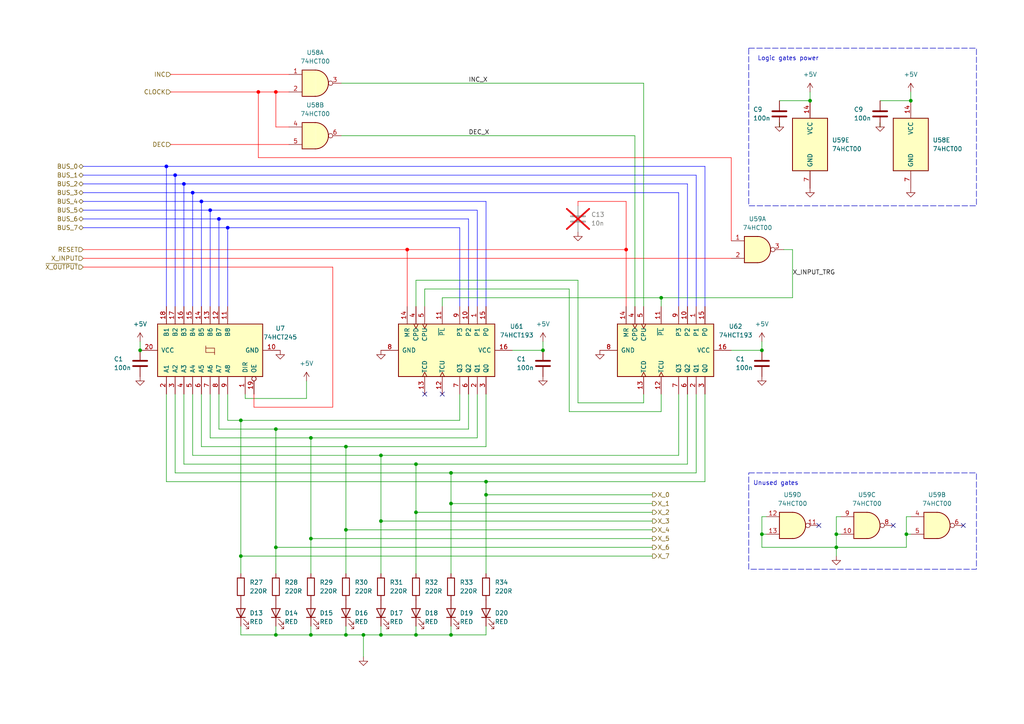
<source format=kicad_sch>
(kicad_sch (version 20230121) (generator eeschema)
  (paper "A4")
  (title_block (title "8-bit CPU") (date "2023-11-28") (rev "1.0") (company "TBR Designs"))
  (lib_symbols
    (symbol "01_my_library:74HCT193" (pin_names (offset 1.016))
      (property "Reference" "U" (at -7.62 15.24 0))
      (property "Value" "74HCT193" (at 6.35 15.24 0))
      (symbol "74HCT193_1_0"
        (pin input line (at -12.7 8.89 0) (length 5.08) (name "P1") (number "1"))
        (pin input line (at -12.7 6.35 0) (length 5.08) (name "P2") (number "10"))
        (pin input line (at -12.7 -1.27 0) (length 5.08) (name "~{PL}") (number "11"))
        (pin output clock (at 12.7 -1.27 180) (length 5.08) (name "TCU") (number "12"))
        (pin output clock (at 12.7 -6.35 180) (length 5.08) (name "TCD") (number "13"))
        (pin input line (at -12.7 -11.43 0) (length 5.08) (name "MR") (number "14"))
        (pin input line (at -12.7 11.43 0) (length 5.08) (name "P0") (number "15"))
        (pin power_in line (at 0 19.05 270) (length 5.08) (name "VCC") (number "16"))
        (pin output line (at 12.7 8.89 180) (length 5.08) (name "Q1") (number "2"))
        (pin output line (at 12.7 11.43 180) (length 5.08) (name "Q0") (number "3"))
        (pin input clock (at -12.7 -8.89 0) (length 5.08) (name "CPD") (number "4"))
        (pin input clock (at -12.7 -6.35 0) (length 5.08) (name "CPU") (number "5"))
        (pin output line (at 12.7 6.35 180) (length 5.08) (name "Q2") (number "6"))
        (pin output line (at 12.7 3.81 180) (length 5.08) (name "Q3") (number "7"))
        (pin power_in line (at 0 -19.05 90) (length 5.08) (name "GND") (number "8"))
        (pin input line (at -12.7 3.81 0) (length 5.08) (name "P3") (number "9"))
      )
      (symbol "74HCT193_1_1"
        (rectangle (start -7.62 13.97) (end 7.62 -13.97) (stroke (width 0.254)) (fill (type background)))
      )
    )
    (symbol "01_my_library:74HCT245" (pin_names (offset 1.016))
      (property "Reference" "U" (at -7.62 16.51 0))
      (property "Value" "74HCT245" (at -7.62 -17.78 0))
      (symbol "74HCT245_1_0"
        (polyline (pts (xy -0.635 -1.27) (xy -0.635 1.27) (xy 0.635 1.27)))
        (polyline (pts (xy -1.27 -1.27) (xy 0.635 -1.27) (xy 0.635 1.27) (xy 1.27 1.27)))
        (pin input line (at -12.7 -10.16 0) (length 5.08) (name "DIR") (number "1"))
        (pin power_in line (at 0 -20.32 90) (length 5.08) (name "GND") (number "10"))
        (pin tri_state line (at 12.7 -5.08 180) (length 5.08) (name "B8") (number "11"))
        (pin tri_state line (at 12.7 -2.54 180) (length 5.08) (name "B7") (number "12"))
        (pin tri_state line (at 12.7 0 180) (length 5.08) (name "B6") (number "13"))
        (pin tri_state line (at 12.7 2.54 180) (length 5.08) (name "B5") (number "14"))
        (pin tri_state line (at 12.7 5.08 180) (length 5.08) (name "B4") (number "15"))
        (pin tri_state line (at 12.7 7.62 180) (length 5.08) (name "B3") (number "16"))
        (pin tri_state line (at 12.7 10.16 180) (length 5.08) (name "B2") (number "17"))
        (pin tri_state line (at 12.7 12.7 180) (length 5.08) (name "B1") (number "18"))
        (pin input inverted (at -12.7 -12.7 0) (length 5.08) (name "OE") (number "19"))
        (pin tri_state line (at -12.7 12.7 0) (length 5.08) (name "A1") (number "2"))
        (pin power_in line (at 0 20.32 270) (length 5.08) (name "VCC") (number "20"))
        (pin tri_state line (at -12.7 10.16 0) (length 5.08) (name "A2") (number "3"))
        (pin tri_state line (at -12.7 7.62 0) (length 5.08) (name "A3") (number "4"))
        (pin tri_state line (at -12.7 5.08 0) (length 5.08) (name "A4") (number "5"))
        (pin tri_state line (at -12.7 2.54 0) (length 5.08) (name "A5") (number "6"))
        (pin tri_state line (at -12.7 0 0) (length 5.08) (name "A6") (number "7"))
        (pin tri_state line (at -12.7 -2.54 0) (length 5.08) (name "A7") (number "8"))
        (pin tri_state line (at -12.7 -5.08 0) (length 5.08) (name "A8") (number "9"))
      )
      (symbol "74HCT245_1_1"
        (rectangle (start -7.62 15.24) (end 7.62 -15.24) (stroke (width 0.254)) (fill (type background)))
      )
    )
    (symbol "74xx:74HCT00" (pin_names (offset 1.016))
      (property "Reference" "U" (at 0 1.27 0))
      (property "Value" "74HCT00" (at 0 -1.27 0))
      (symbol "74HCT00_1_1"
        (arc (start 0 -3.81) (mid 3.7934 0) (end 0 3.81) (stroke (width 0.254)) (fill (type background)))
        (polyline (pts (xy 0 3.81) (xy -3.81 3.81) (xy -3.81 -3.81) (xy 0 -3.81)) (stroke (width 0.254)) (fill (type background)))
        (pin input line (at -7.62 2.54 0) (length 3.81) (name "~") (number "1"))
        (pin input line (at -7.62 -2.54 0) (length 3.81) (name "~") (number "2"))
        (pin output inverted (at 7.62 0 180) (length 3.81) (name "~") (number "3"))
      )
      (symbol "74HCT00_1_2"
        (arc (start -3.81 -3.81) (mid -2.589 0) (end -3.81 3.81) (stroke (width 0.254)))
        (arc (start -0.6096 -3.81) (mid 2.1842 -2.5851) (end 3.81 0) (stroke (width 0.254)) (fill (type background)))
        (polyline (pts (xy -3.81 -3.81) (xy -0.635 -3.81)) (stroke (width 0.254)) (fill (type background)))
        (polyline (pts (xy -3.81 3.81) (xy -0.635 3.81)) (stroke (width 0.254)) (fill (type background)))
        (polyline (pts (xy -0.635 3.81) (xy -3.81 3.81) (xy -3.81 3.81) (xy -3.556 3.4036) (xy -3.0226 2.2606) (xy -2.6924 1.0414) (xy -2.6162 -0.254) (xy -2.7686 -1.4986) (xy -3.175 -2.7178) (xy -3.81 -3.81) (xy -3.81 -3.81) (xy -0.635 -3.81)) (stroke (width -25.4)) (fill (type background)))
        (arc (start 3.81 0) (mid 2.1915 2.5936) (end -0.6096 3.81) (stroke (width 0.254)) (fill (type background)))
        (pin input inverted (at -7.62 2.54 0) (length 4.318) (name "~") (number "1"))
        (pin input inverted (at -7.62 -2.54 0) (length 4.318) (name "~") (number "2"))
        (pin output line (at 7.62 0 180) (length 3.81) (name "~") (number "3"))
      )
      (symbol "74HCT00_2_1"
        (arc (start 0 -3.81) (mid 3.7934 0) (end 0 3.81) (stroke (width 0.254)) (fill (type background)))
        (polyline (pts (xy 0 3.81) (xy -3.81 3.81) (xy -3.81 -3.81) (xy 0 -3.81)) (stroke (width 0.254)) (fill (type background)))
        (pin input line (at -7.62 2.54 0) (length 3.81) (name "~") (number "4"))
        (pin input line (at -7.62 -2.54 0) (length 3.81) (name "~") (number "5"))
        (pin output inverted (at 7.62 0 180) (length 3.81) (name "~") (number "6"))
      )
      (symbol "74HCT00_2_2"
        (arc (start -3.81 -3.81) (mid -2.589 0) (end -3.81 3.81) (stroke (width 0.254)))
        (arc (start -0.6096 -3.81) (mid 2.1842 -2.5851) (end 3.81 0) (stroke (width 0.254)) (fill (type background)))
        (polyline (pts (xy -3.81 -3.81) (xy -0.635 -3.81)) (stroke (width 0.254)) (fill (type background)))
        (polyline (pts (xy -3.81 3.81) (xy -0.635 3.81)) (stroke (width 0.254)) (fill (type background)))
        (polyline (pts (xy -0.635 3.81) (xy -3.81 3.81) (xy -3.81 3.81) (xy -3.556 3.4036) (xy -3.0226 2.2606) (xy -2.6924 1.0414) (xy -2.6162 -0.254) (xy -2.7686 -1.4986) (xy -3.175 -2.7178) (xy -3.81 -3.81) (xy -3.81 -3.81) (xy -0.635 -3.81)) (stroke (width -25.4)) (fill (type background)))
        (arc (start 3.81 0) (mid 2.1915 2.5936) (end -0.6096 3.81) (stroke (width 0.254)) (fill (type background)))
        (pin input inverted (at -7.62 2.54 0) (length 4.318) (name "~") (number "4"))
        (pin input inverted (at -7.62 -2.54 0) (length 4.318) (name "~") (number "5"))
        (pin output line (at 7.62 0 180) (length 3.81) (name "~") (number "6"))
      )
      (symbol "74HCT00_3_1"
        (arc (start 0 -3.81) (mid 3.7934 0) (end 0 3.81) (stroke (width 0.254)) (fill (type background)))
        (polyline (pts (xy 0 3.81) (xy -3.81 3.81) (xy -3.81 -3.81) (xy 0 -3.81)) (stroke (width 0.254)) (fill (type background)))
        (pin input line (at -7.62 -2.54 0) (length 3.81) (name "~") (number "10"))
        (pin output inverted (at 7.62 0 180) (length 3.81) (name "~") (number "8"))
        (pin input line (at -7.62 2.54 0) (length 3.81) (name "~") (number "9"))
      )
      (symbol "74HCT00_3_2"
        (arc (start -3.81 -3.81) (mid -2.589 0) (end -3.81 3.81) (stroke (width 0.254)))
        (arc (start -0.6096 -3.81) (mid 2.1842 -2.5851) (end 3.81 0) (stroke (width 0.254)) (fill (type background)))
        (polyline (pts (xy -3.81 -3.81) (xy -0.635 -3.81)) (stroke (width 0.254)) (fill (type background)))
        (polyline (pts (xy -3.81 3.81) (xy -0.635 3.81)) (stroke (width 0.254)) (fill (type background)))
        (polyline (pts (xy -0.635 3.81) (xy -3.81 3.81) (xy -3.81 3.81) (xy -3.556 3.4036) (xy -3.0226 2.2606) (xy -2.6924 1.0414) (xy -2.6162 -0.254) (xy -2.7686 -1.4986) (xy -3.175 -2.7178) (xy -3.81 -3.81) (xy -3.81 -3.81) (xy -0.635 -3.81)) (stroke (width -25.4)) (fill (type background)))
        (arc (start 3.81 0) (mid 2.1915 2.5936) (end -0.6096 3.81) (stroke (width 0.254)) (fill (type background)))
        (pin input inverted (at -7.62 -2.54 0) (length 4.318) (name "~") (number "10"))
        (pin output line (at 7.62 0 180) (length 3.81) (name "~") (number "8"))
        (pin input inverted (at -7.62 2.54 0) (length 4.318) (name "~") (number "9"))
      )
      (symbol "74HCT00_4_1"
        (arc (start 0 -3.81) (mid 3.7934 0) (end 0 3.81) (stroke (width 0.254)) (fill (type background)))
        (polyline (pts (xy 0 3.81) (xy -3.81 3.81) (xy -3.81 -3.81) (xy 0 -3.81)) (stroke (width 0.254)) (fill (type background)))
        (pin output inverted (at 7.62 0 180) (length 3.81) (name "~") (number "11"))
        (pin input line (at -7.62 2.54 0) (length 3.81) (name "~") (number "12"))
        (pin input line (at -7.62 -2.54 0) (length 3.81) (name "~") (number "13"))
      )
      (symbol "74HCT00_4_2"
        (arc (start -3.81 -3.81) (mid -2.589 0) (end -3.81 3.81) (stroke (width 0.254)))
        (arc (start -0.6096 -3.81) (mid 2.1842 -2.5851) (end 3.81 0) (stroke (width 0.254)) (fill (type background)))
        (polyline (pts (xy -3.81 -3.81) (xy -0.635 -3.81)) (stroke (width 0.254)) (fill (type background)))
        (polyline (pts (xy -3.81 3.81) (xy -0.635 3.81)) (stroke (width 0.254)) (fill (type background)))
        (polyline (pts (xy -0.635 3.81) (xy -3.81 3.81) (xy -3.81 3.81) (xy -3.556 3.4036) (xy -3.0226 2.2606) (xy -2.6924 1.0414) (xy -2.6162 -0.254) (xy -2.7686 -1.4986) (xy -3.175 -2.7178) (xy -3.81 -3.81) (xy -3.81 -3.81) (xy -0.635 -3.81)) (stroke (width -25.4)) (fill (type background)))
        (arc (start 3.81 0) (mid 2.1915 2.5936) (end -0.6096 3.81) (stroke (width 0.254)) (fill (type background)))
        (pin output line (at 7.62 0 180) (length 3.81) (name "~") (number "11"))
        (pin input inverted (at -7.62 2.54 0) (length 4.318) (name "~") (number "12"))
        (pin input inverted (at -7.62 -2.54 0) (length 4.318) (name "~") (number "13"))
      )
      (symbol "74HCT00_5_0"
        (pin power_in line (at 0 12.7 270) (length 5.08) (name "VCC") (number "14"))
        (pin power_in line (at 0 -12.7 90) (length 5.08) (name "GND") (number "7"))
      )
      (symbol "74HCT00_5_1"
        (rectangle (start -5.08 7.62) (end 5.08 -7.62) (stroke (width 0.254)) (fill (type background)))
      )
    )
    (symbol "Device:C" (pin_numbers hide) (pin_names (offset 0.254))
      (property "Reference" "C" (at 0.635 2.54 0))
      (property "Value" "C" (at 0.635 -2.54 0))
      (symbol "C_0_1"
        (polyline (pts (xy -2.032 -0.762) (xy 2.032 -0.762)) (stroke (width 0.508)))
        (polyline (pts (xy -2.032 0.762) (xy 2.032 0.762)) (stroke (width 0.508)))
      )
      (symbol "C_1_1"
        (pin passive line (at 0 3.81 270) (length 2.794) (name "~") (number "1"))
        (pin passive line (at 0 -3.81 90) (length 2.794) (name "~") (number "2"))
      )
    )
    (symbol "Device:LED" (pin_numbers hide) (pin_names (offset 1.016) hide)
      (property "Reference" "D" (at 0 2.54 0))
      (property "Value" "LED" (at 0 -2.54 0))
      (symbol "LED_0_1"
        (polyline (pts (xy -1.27 -1.27) (xy -1.27 1.27)) (stroke (width 0.254)))
        (polyline (pts (xy -1.27 0) (xy 1.27 0)))
        (polyline (pts (xy 1.27 -1.27) (xy 1.27 1.27) (xy -1.27 0) (xy 1.27 -1.27)) (stroke (width 0.254)))
        (polyline (pts (xy -3.048 -0.762) (xy -4.572 -2.286) (xy -3.81 -2.286) (xy -4.572 -2.286) (xy -4.572 -1.524)))
        (polyline (pts (xy -1.778 -0.762) (xy -3.302 -2.286) (xy -2.54 -2.286) (xy -3.302 -2.286) (xy -3.302 -1.524)))
      )
      (symbol "LED_1_1"
        (pin passive line (at -3.81 0 0) (length 2.54) (name "K") (number "1"))
        (pin passive line (at 3.81 0 180) (length 2.54) (name "A") (number "2"))
      )
    )
    (symbol "Device:R" (pin_numbers hide) (pin_names (offset 0))
      (property "Reference" "R" (at 2.032 0 90))
      (property "Value" "R" (at 0 0 90))
      (symbol "R_0_1"
        (rectangle (start -1.016 -2.54) (end 1.016 2.54) (stroke (width 0.254)))
      )
      (symbol "R_1_1"
        (pin passive line (at 0 3.81 270) (length 1.27) (name "~") (number "1"))
        (pin passive line (at 0 -3.81 90) (length 1.27) (name "~") (number "2"))
      )
    )
    (symbol "power:+5V" (power) (pin_names (offset 0))
      (property "Value" "+5V" (at 0 3.556 0))
      (symbol "+5V_0_1"
        (polyline (pts (xy -0.762 1.27) (xy 0 2.54)))
        (polyline (pts (xy 0 0) (xy 0 2.54)))
        (polyline (pts (xy 0 2.54) (xy 0.762 1.27)))
      )
      (symbol "+5V_1_1"
        (pin power_in line (at 0 0 90) (length 0) hide (name "+5V") (number "1"))
      )
    )
    (symbol "power:GND" (power) (pin_names (offset 0))
      (property "Value" "GND" (at 0 -3.81 0))
      (symbol "GND_0_1"
        (polyline (pts (xy 0 0) (xy 0 -1.27) (xy 1.27 -1.27) (xy 0 -2.54) (xy -1.27 -1.27) (xy 0 -1.27)))
      )
      (symbol "GND_1_1"
        (pin power_in line (at 0 0 270) (length 0) hide (name "GND") (number "1"))
      )
    )
  )
  (junction (at 53.34 53.34) (color 0 0 255 1))
  (junction (at 90.17 184.15))
  (junction (at 110.49 151.13))
  (junction (at 234.95 29.21))
  (junction (at 80.01 26.67) (color 255 0 0 1))
  (junction (at 74.93 26.67) (color 255 0 0 1))
  (junction (at 130.81 184.15))
  (junction (at 80.01 124.46))
  (junction (at 130.81 146.05))
  (junction (at 220.98 154.94))
  (junction (at 80.01 184.15))
  (junction (at 140.97 139.7))
  (junction (at 100.33 129.54))
  (junction (at 110.49 132.08))
  (junction (at 60.96 60.96) (color 0 0 255 1))
  (junction (at 58.42 58.42) (color 0 0 255 1))
  (junction (at 69.85 121.92))
  (junction (at 220.98 101.6))
  (junction (at 181.61 72.39) (color 255 0 0 1))
  (junction (at 242.57 154.94))
  (junction (at 48.26 48.26) (color 0 0 255 1))
  (junction (at 40.64 101.6))
  (junction (at 50.8 50.8) (color 0 0 255 1))
  (junction (at 140.97 143.51))
  (junction (at 262.89 154.94))
  (junction (at 100.33 153.67))
  (junction (at 120.65 148.59))
  (junction (at 191.77 86.36))
  (junction (at 66.04 66.04) (color 0 0 255 1))
  (junction (at 110.49 184.15))
  (junction (at 63.5 63.5) (color 0 0 255 1))
  (junction (at 130.81 137.16))
  (junction (at 105.41 184.15))
  (junction (at 120.65 134.62))
  (junction (at 80.01 158.75))
  (junction (at 157.48 101.6))
  (junction (at 69.85 161.29))
  (junction (at 242.57 158.75))
  (junction (at 90.17 127))
  (junction (at 120.65 184.15))
  (junction (at 100.33 184.15))
  (junction (at 118.11 72.39) (color 255 0 0 1))
  (junction (at 264.16 29.21))
  (junction (at 55.88 55.88) (color 0 0 255 1))
  (junction (at 90.17 156.21))
  (no_connect (at 123.19 114.3))
  (no_connect (at 259.08 152.4))
  (no_connect (at 237.49 152.4))
  (no_connect (at 279.4 152.4))
  (no_connect (at 128.27 114.3))
  (wire (pts (xy 73.66 118.11) (xy 73.66 114.3)) (stroke (width 0) (color 255 0 0 1)))
  (wire (pts (xy 96.52 77.47) (xy 96.52 118.11)) (stroke (width 0) (color 255 0 0 1)))
  (wire (pts (xy 74.93 26.67) (xy 74.93 45.72)) (stroke (width 0) (color 255 0 0 1)))
  (wire (pts (xy 100.33 129.54) (xy 100.33 153.67)))
  (wire (pts (xy 255.27 35.56) (xy 255.27 36.83)))
  (wire (pts (xy 130.81 184.15) (xy 130.81 181.61)))
  (wire (pts (xy 140.97 129.54) (xy 100.33 129.54)))
  (wire (pts (xy 24.13 72.39) (xy 118.11 72.39)) (stroke (width 0) (color 255 0 0 1)))
  (wire (pts (xy 242.57 158.75) (xy 242.57 161.29)))
  (wire (pts (xy 140.97 139.7) (xy 140.97 143.51)))
  (wire (pts (xy 140.97 88.9) (xy 140.97 58.42)) (stroke (width 0) (color 0 0 255 1)))
  (wire (pts (xy 196.85 55.88) (xy 55.88 55.88)) (stroke (width 0) (color 0 0 255 1)))
  (wire (pts (xy 220.98 149.86) (xy 222.25 149.86)))
  (wire (pts (xy 69.85 184.15) (xy 69.85 181.61)))
  (wire (pts (xy 140.97 184.15) (xy 140.97 181.61)))
  (wire (pts (xy 181.61 72.39) (xy 118.11 72.39)) (stroke (width 0) (color 255 0 0 1)))
  (wire (pts (xy 262.89 154.94) (xy 262.89 158.75)))
  (wire (pts (xy 80.01 184.15) (xy 90.17 184.15)))
  (wire (pts (xy 74.93 26.67) (xy 80.01 26.67)) (stroke (width 0) (color 255 0 0 1)))
  (wire (pts (xy 133.35 66.04) (xy 66.04 66.04)) (stroke (width 0) (color 0 0 255 1)))
  (wire (pts (xy 191.77 119.38) (xy 165.1 119.38)))
  (wire (pts (xy 148.59 101.6) (xy 157.48 101.6)))
  (wire (pts (xy 49.53 21.59) (xy 83.82 21.59)) (stroke (width 0) (color 255 0 0 1)))
  (wire (pts (xy 186.69 114.3) (xy 186.69 116.84)))
  (wire (pts (xy 90.17 156.21) (xy 189.23 156.21)))
  (wire (pts (xy 227.33 72.39) (xy 229.87 72.39)))
  (wire (pts (xy 24.13 48.26) (xy 48.26 48.26)) (stroke (width 0) (color 0 0 255 1)))
  (wire (pts (xy 181.61 88.9) (xy 181.61 72.39)) (stroke (width 0) (color 255 0 0 1)))
  (wire (pts (xy 120.65 81.28) (xy 120.65 88.9)))
  (wire (pts (xy 74.93 45.72) (xy 212.09 45.72)) (stroke (width 0) (color 255 0 0 1)))
  (wire (pts (xy 229.87 86.36) (xy 191.77 86.36)))
  (wire (pts (xy 58.42 129.54) (xy 58.42 114.3)))
  (wire (pts (xy 167.64 116.84) (xy 167.64 81.28)))
  (wire (pts (xy 40.64 99.06) (xy 40.64 101.6)))
  (wire (pts (xy 90.17 127) (xy 138.43 127)))
  (wire (pts (xy 53.34 88.9) (xy 53.34 53.34)) (stroke (width 0) (color 0 0 255 1)))
  (wire (pts (xy 120.65 148.59) (xy 189.23 148.59)))
  (wire (pts (xy 196.85 114.3) (xy 196.85 132.08)))
  (wire (pts (xy 133.35 121.92) (xy 69.85 121.92)))
  (wire (pts (xy 80.01 26.67) (xy 83.82 26.67)) (stroke (width 0) (color 255 0 0 1)))
  (wire (pts (xy 220.98 154.94) (xy 222.25 154.94)))
  (wire (pts (xy 135.89 124.46) (xy 80.01 124.46)))
  (wire (pts (xy 105.41 184.15) (xy 110.49 184.15)))
  (wire (pts (xy 120.65 134.62) (xy 199.39 134.62)))
  (wire (pts (xy 167.64 58.42) (xy 167.64 59.69)) (stroke (width 0) (color 255 0 0 1)))
  (wire (pts (xy 191.77 86.36) (xy 191.77 88.9)))
  (wire (pts (xy 234.95 26.67) (xy 234.95 29.21)))
  (wire (pts (xy 123.19 83.82) (xy 123.19 88.9)))
  (wire (pts (xy 100.33 153.67) (xy 189.23 153.67)))
  (wire (pts (xy 196.85 88.9) (xy 196.85 55.88)) (stroke (width 0) (color 0 0 255 1)))
  (wire (pts (xy 80.01 36.83) (xy 80.01 26.67)) (stroke (width 0) (color 255 0 0 1)))
  (wire (pts (xy 135.89 114.3) (xy 135.89 124.46)))
  (wire (pts (xy 24.13 55.88) (xy 55.88 55.88)) (stroke (width 0) (color 0 0 255 1)))
  (wire (pts (xy 24.13 74.93) (xy 212.09 74.93)) (stroke (width 0) (color 255 0 0 1)))
  (wire (pts (xy 130.81 137.16) (xy 130.81 146.05)))
  (wire (pts (xy 90.17 184.15) (xy 100.33 184.15)))
  (wire (pts (xy 100.33 184.15) (xy 100.33 181.61)))
  (wire (pts (xy 80.01 158.75) (xy 80.01 166.37)))
  (wire (pts (xy 60.96 60.96) (xy 60.96 88.9)) (stroke (width 0) (color 0 0 255 1)))
  (wire (pts (xy 55.88 132.08) (xy 55.88 114.3)))
  (wire (pts (xy 130.81 137.16) (xy 50.8 137.16)))
  (wire (pts (xy 69.85 161.29) (xy 69.85 166.37)))
  (wire (pts (xy 157.48 99.06) (xy 157.48 101.6)))
  (wire (pts (xy 184.15 88.9) (xy 184.15 39.37)))
  (wire (pts (xy 138.43 127) (xy 138.43 114.3)))
  (wire (pts (xy 140.97 58.42) (xy 58.42 58.42)) (stroke (width 0) (color 0 0 255 1)))
  (wire (pts (xy 100.33 184.15) (xy 105.41 184.15)))
  (wire (pts (xy 262.89 158.75) (xy 242.57 158.75)))
  (wire (pts (xy 120.65 184.15) (xy 130.81 184.15)))
  (wire (pts (xy 80.01 184.15) (xy 80.01 181.61)))
  (wire (pts (xy 191.77 114.3) (xy 191.77 119.38)))
  (wire (pts (xy 90.17 184.15) (xy 90.17 181.61)))
  (wire (pts (xy 55.88 55.88) (xy 55.88 88.9)) (stroke (width 0) (color 0 0 255 1)))
  (wire (pts (xy 69.85 121.92) (xy 69.85 161.29)))
  (wire (pts (xy 186.69 88.9) (xy 186.69 24.13)))
  (wire (pts (xy 53.34 114.3) (xy 53.34 134.62)))
  (wire (pts (xy 262.89 154.94) (xy 264.16 154.94)))
  (wire (pts (xy 48.26 48.26) (xy 48.26 88.9)) (stroke (width 0) (color 0 0 255 1)))
  (wire (pts (xy 120.65 184.15) (xy 120.65 181.61)))
  (wire (pts (xy 128.27 86.36) (xy 191.77 86.36)))
  (wire (pts (xy 90.17 127) (xy 90.17 156.21)))
  (wire (pts (xy 220.98 158.75) (xy 242.57 158.75)))
  (wire (pts (xy 63.5 63.5) (xy 24.13 63.5)) (stroke (width 0) (color 0 0 255 1)))
  (wire (pts (xy 110.49 151.13) (xy 110.49 166.37)))
  (wire (pts (xy 138.43 60.96) (xy 60.96 60.96)) (stroke (width 0) (color 0 0 255 1)))
  (wire (pts (xy 118.11 72.39) (xy 118.11 88.9)) (stroke (width 0) (color 255 0 0 1)))
  (wire (pts (xy 138.43 88.9) (xy 138.43 60.96)) (stroke (width 0) (color 0 0 255 1)))
  (wire (pts (xy 255.27 29.21) (xy 264.16 29.21)))
  (wire (pts (xy 140.97 143.51) (xy 140.97 166.37)))
  (wire (pts (xy 24.13 60.96) (xy 60.96 60.96)) (stroke (width 0) (color 0 0 255 1)))
  (wire (pts (xy 100.33 129.54) (xy 58.42 129.54)))
  (wire (pts (xy 140.97 139.7) (xy 48.26 139.7)))
  (wire (pts (xy 189.23 143.51) (xy 140.97 143.51)))
  (wire (pts (xy 69.85 184.15) (xy 80.01 184.15)))
  (wire (pts (xy 264.16 26.67) (xy 264.16 29.21)))
  (wire (pts (xy 60.96 114.3) (xy 60.96 127)))
  (wire (pts (xy 90.17 156.21) (xy 90.17 166.37)))
  (wire (pts (xy 53.34 134.62) (xy 120.65 134.62)))
  (wire (pts (xy 226.06 29.21) (xy 234.95 29.21)))
  (wire (pts (xy 66.04 121.92) (xy 66.04 114.3)))
  (wire (pts (xy 130.81 146.05) (xy 130.81 166.37)))
  (wire (pts (xy 24.13 77.47) (xy 96.52 77.47)) (stroke (width 0) (color 255 0 0 1)))
  (wire (pts (xy 220.98 99.06) (xy 220.98 101.6)))
  (wire (pts (xy 199.39 88.9) (xy 199.39 53.34)) (stroke (width 0) (color 0 0 255 1)))
  (wire (pts (xy 184.15 39.37) (xy 99.06 39.37)))
  (wire (pts (xy 50.8 137.16) (xy 50.8 114.3)))
  (wire (pts (xy 186.69 116.84) (xy 167.64 116.84)))
  (wire (pts (xy 229.87 72.39) (xy 229.87 86.36)))
  (wire (pts (xy 135.89 88.9) (xy 135.89 63.5)) (stroke (width 0) (color 0 0 255 1)))
  (wire (pts (xy 105.41 190.5) (xy 105.41 184.15)))
  (wire (pts (xy 212.09 45.72) (xy 212.09 69.85)) (stroke (width 0) (color 255 0 0 1)))
  (wire (pts (xy 53.34 53.34) (xy 24.13 53.34)) (stroke (width 0) (color 0 0 255 1)))
  (wire (pts (xy 181.61 58.42) (xy 167.64 58.42)) (stroke (width 0) (color 255 0 0 1)))
  (wire (pts (xy 80.01 158.75) (xy 189.23 158.75)))
  (wire (pts (xy 24.13 58.42) (xy 58.42 58.42)) (stroke (width 0) (color 0 0 255 1)))
  (wire (pts (xy 204.47 48.26) (xy 48.26 48.26)) (stroke (width 0) (color 0 0 255 1)))
  (wire (pts (xy 60.96 127) (xy 90.17 127)))
  (wire (pts (xy 120.65 148.59) (xy 120.65 166.37)))
  (wire (pts (xy 63.5 124.46) (xy 63.5 114.3)))
  (wire (pts (xy 165.1 83.82) (xy 123.19 83.82)))
  (wire (pts (xy 83.82 36.83) (xy 80.01 36.83)) (stroke (width 0) (color 255 0 0 1)))
  (wire (pts (xy 201.93 114.3) (xy 201.93 137.16)))
  (wire (pts (xy 262.89 149.86) (xy 262.89 154.94)))
  (wire (pts (xy 165.1 119.38) (xy 165.1 83.82)))
  (wire (pts (xy 220.98 149.86) (xy 220.98 154.94)))
  (wire (pts (xy 63.5 88.9) (xy 63.5 63.5)) (stroke (width 0) (color 0 0 255 1)))
  (wire (pts (xy 128.27 88.9) (xy 128.27 86.36)))
  (wire (pts (xy 49.53 26.67) (xy 74.93 26.67)) (stroke (width 0) (color 255 0 0 1)))
  (wire (pts (xy 24.13 66.04) (xy 66.04 66.04)) (stroke (width 0) (color 0 0 255 1)))
  (wire (pts (xy 199.39 53.34) (xy 53.34 53.34)) (stroke (width 0) (color 0 0 255 1)))
  (wire (pts (xy 110.49 184.15) (xy 110.49 181.61)))
  (wire (pts (xy 212.09 101.6) (xy 220.98 101.6)))
  (wire (pts (xy 80.01 124.46) (xy 63.5 124.46)))
  (wire (pts (xy 48.26 139.7) (xy 48.26 114.3)))
  (wire (pts (xy 24.13 50.8) (xy 50.8 50.8)) (stroke (width 0) (color 0 0 255 1)))
  (wire (pts (xy 220.98 154.94) (xy 220.98 158.75)))
  (wire (pts (xy 262.89 149.86) (xy 264.16 149.86)))
  (wire (pts (xy 96.52 118.11) (xy 73.66 118.11)) (stroke (width 0) (color 255 0 0 1)))
  (wire (pts (xy 130.81 184.15) (xy 140.97 184.15)))
  (wire (pts (xy 71.12 115.57) (xy 71.12 114.3)))
  (wire (pts (xy 66.04 66.04) (xy 66.04 88.9)) (stroke (width 0) (color 0 0 255 1)))
  (wire (pts (xy 71.12 115.57) (xy 88.9 115.57)))
  (wire (pts (xy 80.01 124.46) (xy 80.01 158.75)))
  (wire (pts (xy 140.97 114.3) (xy 140.97 129.54)))
  (wire (pts (xy 50.8 50.8) (xy 50.8 88.9)) (stroke (width 0) (color 0 0 255 1)))
  (wire (pts (xy 110.49 184.15) (xy 120.65 184.15)))
  (wire (pts (xy 201.93 50.8) (xy 50.8 50.8)) (stroke (width 0) (color 0 0 255 1)))
  (wire (pts (xy 204.47 88.9) (xy 204.47 48.26)) (stroke (width 0) (color 0 0 255 1)))
  (wire (pts (xy 242.57 154.94) (xy 243.84 154.94)))
  (wire (pts (xy 242.57 149.86) (xy 242.57 154.94)))
  (wire (pts (xy 201.93 137.16) (xy 130.81 137.16)))
  (wire (pts (xy 204.47 114.3) (xy 204.47 139.7)))
  (wire (pts (xy 88.9 115.57) (xy 88.9 110.49)))
  (wire (pts (xy 133.35 114.3) (xy 133.35 121.92)))
  (wire (pts (xy 242.57 154.94) (xy 242.57 158.75)))
  (wire (pts (xy 135.89 63.5) (xy 63.5 63.5)) (stroke (width 0) (color 0 0 255 1)))
  (wire (pts (xy 201.93 88.9) (xy 201.93 50.8)) (stroke (width 0) (color 0 0 255 1)))
  (wire (pts (xy 204.47 139.7) (xy 140.97 139.7)))
  (wire (pts (xy 196.85 132.08) (xy 110.49 132.08)))
  (wire (pts (xy 226.06 35.56) (xy 226.06 36.83)))
  (wire (pts (xy 199.39 134.62) (xy 199.39 114.3)))
  (wire (pts (xy 69.85 161.29) (xy 189.23 161.29)))
  (wire (pts (xy 167.64 81.28) (xy 120.65 81.28)))
  (wire (pts (xy 110.49 132.08) (xy 55.88 132.08)))
  (wire (pts (xy 133.35 88.9) (xy 133.35 66.04)) (stroke (width 0) (color 0 0 255 1)))
  (wire (pts (xy 242.57 149.86) (xy 243.84 149.86)))
  (wire (pts (xy 49.53 41.91) (xy 83.82 41.91)) (stroke (width 0) (color 255 0 0 1)))
  (wire (pts (xy 110.49 151.13) (xy 189.23 151.13)))
  (wire (pts (xy 186.69 24.13) (xy 99.06 24.13)))
  (wire (pts (xy 58.42 58.42) (xy 58.42 88.9)) (stroke (width 0) (color 0 0 255 1)))
  (wire (pts (xy 120.65 134.62) (xy 120.65 148.59)))
  (wire (pts (xy 181.61 72.39) (xy 181.61 58.42)) (stroke (width 0) (color 255 0 0 1)))
  (wire (pts (xy 69.85 121.92) (xy 66.04 121.92)))
  (wire (pts (xy 110.49 132.08) (xy 110.49 151.13)))
  (wire (pts (xy 100.33 153.67) (xy 100.33 166.37)))
  (wire (pts (xy 130.81 146.05) (xy 189.23 146.05)))
  (rectangle (start 217.17 137.16) (end 283.21 165.1) (stroke (width 0) (type dash)))
  (rectangle (start 217.17 13.97) (end 283.21 59.69) (stroke (width 0) (type dash)))
  (text "Logic gates power " (at 219.71 17.78 0) (effects (font (size 1.27 1.27)) (justify left bottom)))
  (text "Unused gates" (at 218.44 140.97 0) (effects (font (size 1.27 1.27)) (justify left bottom)))
  (label "DEC_X" (at 135.89 39.37 0))
  (label "X_INPUT_TRG" (at 229.87 80.01 0))
  (label "INC_X" (at 135.89 24.13 0))
  (hierarchical_label "X_INPUT" (shape input) (at 24.13 74.93 180))
  (hierarchical_label "BUS_7" (shape bidirectional) (at 24.13 66.04 180))
  (hierarchical_label "~{X_OUTPUT}" (shape input) (at 24.13 77.47 180))
  (hierarchical_label "X_5" (shape output) (at 189.23 156.21 0))
  (hierarchical_label "CLOCK" (shape input) (at 49.53 26.67 180))
  (hierarchical_label "X_0" (shape output) (at 189.23 143.51 0))
  (hierarchical_label "INC" (shape input) (at 49.53 21.59 180))
  (hierarchical_label "BUS_1" (shape bidirectional) (at 24.13 50.8 180))
  (hierarchical_label "DEC" (shape input) (at 49.53 41.91 180))
  (hierarchical_label "X_2" (shape output) (at 189.23 148.59 0))
  (hierarchical_label "RESET" (shape input) (at 24.13 72.39 180))
  (hierarchical_label "BUS_5" (shape bidirectional) (at 24.13 60.96 180))
  (hierarchical_label "BUS_4" (shape bidirectional) (at 24.13 58.42 180))
  (hierarchical_label "X_3" (shape output) (at 189.23 151.13 0))
  (hierarchical_label "BUS_6" (shape bidirectional) (at 24.13 63.5 180))
  (hierarchical_label "BUS_3" (shape bidirectional) (at 24.13 55.88 180))
  (hierarchical_label "X_6" (shape output) (at 189.23 158.75 0))
  (hierarchical_label "BUS_0" (shape bidirectional) (at 24.13 48.26 180))
  (hierarchical_label "X_1" (shape output) (at 189.23 146.05 0))
  (hierarchical_label "X_7" (shape output) (at 189.23 161.29 0))
  (hierarchical_label "BUS_2" (shape bidirectional) (at 24.13 53.34 180))
  (hierarchical_label "X_4" (shape output) (at 189.23 153.67 0))
  (symbol (lib_id "74xx:74HCT00") (at 264.16 41.91 0) (unit 5)
    (property "Reference" "U58" (at 270.51 40.64 0) (effects (justify left)))
    (property "Value" "74HCT00" (at 270.51 43.18 0) (effects (justify left)))
    (property "Footprint" "Package_DIP:DIP-14_W7.62mm" (effects hide))
    (property "Datasheet" "http://www.ti.com/lit/gpn/sn74hct00" (effects hide))
  )
  (symbol (lib_id "power:+5V") (at 40.64 99.06 0) (unit 1)
    (property "Reference" "#PWR038" (effects hide))
    (property "Value" "+5V" (at 40.64 93.98 0))
    (instances (project "8-bit-cpu" (path "" (reference "#PWR038") (unit 1)) (path "" (reference "#PWR046") (unit 1)) (path "" (reference "#PWR0240") (unit 1))))
  )
  (symbol (lib_id "Device:R") (at 140.97 170.18 0) (unit 1)
    (property "Reference" "R34" (at 143.51 168.91 0) (effects (justify left)))
    (property "Value" "220R" (at 143.51 171.45 0) (effects (justify left)))
    (property "Footprint" "Resistor_THT:R_Axial_DIN0204_L3.6mm_D1.6mm_P7.62mm_Horizontal" (effects hide))
    (instances (project "8-bit-cpu" (path "" (reference "R34") (unit 1)) (path "" (reference "R26") (unit 1)) (path "" (reference "R158") (unit 1))))
  )
  (symbol (lib_id "Device:R") (at 80.01 170.18 0) (unit 1)
    (property "Reference" "R28" (at 82.55 168.91 0) (effects (justify left)))
    (property "Value" "220R" (at 82.55 171.45 0) (effects (justify left)))
    (property "Footprint" "Resistor_THT:R_Axial_DIN0204_L3.6mm_D1.6mm_P7.62mm_Horizontal" (effects hide))
    (instances (project "8-bit-cpu" (path "" (reference "R28") (unit 1)) (path "" (reference "R20") (unit 1)) (path "" (reference "R152") (unit 1))))
  )
  (symbol (lib_id "power:GND") (at 264.16 54.61 0) (unit 1)
    (property "Reference" "#PWR030" (effects hide))
    (property "Value" "GND" (effects hide))
    (instances (project "8-bit-cpu" (path "" (reference "#PWR030") (unit 1)) (path "" (reference "#PWR075") (unit 1)) (path "" (reference "#PWR0239") (unit 1))))
  )
  (symbol (lib_id "Device:C") (at 226.06 33.02 0) (unit 1)
    (property "Reference" "C9" (at 218.44 31.75 0) (effects (justify left)))
    (property "Value" "100n" (at 218.44 34.29 0) (effects (justify left)))
    (property "Footprint" "01_my_library:C_Disc_D4.0mm_W2.6mm_P2.50mm" (effects hide))
    (instances (project "8-bit-cpu" (path "" (reference "C9") (unit 1)) (path "" (reference "C22") (unit 1)) (path "" (reference "C67") (unit 1))))
  )
  (symbol (lib_id "Device:LED") (at 100.33 177.8 90) (unit 1)
    (property "Reference" "D16" (at 102.87 177.8 90) (effects (justify right)))
    (property "Value" "RED" (at 102.87 180.34 90) (effects (justify right)))
    (property "Footprint" "LED_THT:LED_D5.0mm" (effects hide))
    (instances (project "8-bit-cpu" (path "" (reference "D16") (unit 1)) (path "" (reference "D16") (unit 1)) (path "" (reference "D110") (unit 1))))
  )
  (symbol (lib_id "74xx:74HCT00") (at 229.87 152.4 0) (unit 4)
    (property "Reference" "U59" (at 229.8617 143.51 0))
    (property "Value" "74HCT00" (at 229.8617 146.05 0))
    (property "Footprint" "Package_DIP:DIP-14_W7.62mm" (effects hide))
    (property "Datasheet" "http://www.ti.com/lit/gpn/sn74hct00" (effects hide))
  )
  (symbol (lib_id "Device:LED") (at 110.49 177.8 90) (unit 1)
    (property "Reference" "D17" (at 113.03 177.8 90) (effects (justify right)))
    (property "Value" "RED" (at 113.03 180.34 90) (effects (justify right)))
    (property "Footprint" "LED_THT:LED_D5.0mm" (effects hide))
    (instances (project "8-bit-cpu" (path "" (reference "D17") (unit 1)) (path "" (reference "D17") (unit 1)) (path "" (reference "D111") (unit 1))))
  )
  (symbol (lib_id "power:GND") (at 40.64 109.22 0) (unit 1)
    (property "Reference" "#PWR03" (effects hide))
    (property "Value" "GND" (effects hide))
    (instances (project "8-bit-cpu" (path "" (reference "#PWR03") (unit 1)) (path "" (reference "#PWR044") (unit 1)) (path "" (reference "#PWR047") (unit 1)) (path "" (reference "#PWR0246") (unit 1))))
  )
  (symbol (lib_id "power:GND") (at 234.95 54.61 0) (unit 1)
    (property "Reference" "#PWR030" (effects hide))
    (property "Value" "GND" (effects hide))
    (instances (project "8-bit-cpu" (path "" (reference "#PWR030") (unit 1)) (path "" (reference "#PWR075") (unit 1)) (path "" (reference "#PWR0238") (unit 1))))
  )
  (symbol (lib_id "74xx:74HCT00") (at 251.46 152.4 0) (unit 3)
    (property "Reference" "U59" (at 251.4517 143.51 0))
    (property "Value" "74HCT00" (at 251.4517 146.05 0))
    (property "Footprint" "Package_DIP:DIP-14_W7.62mm" (effects hide))
    (property "Datasheet" "http://www.ti.com/lit/gpn/sn74hct00" (effects hide))
  )
  (symbol (lib_id "power:GND") (at 173.99 101.6 0) (unit 1)
    (property "Reference" "#PWR041" (effects hide))
    (property "Value" "GND" (effects hide))
    (instances (project "8-bit-cpu" (path "" (reference "#PWR041") (unit 1)) (path "" (reference "#PWR048") (unit 1)) (path "" (reference "#PWR0245") (unit 1))))
  )
  (symbol (lib_id "power:GND") (at 226.06 35.56 0) (unit 1)
    (property "Reference" "#PWR030" (effects hide))
    (property "Value" "GND" (effects hide))
    (instances (project "8-bit-cpu" (path "" (reference "#PWR030") (unit 1)) (path "" (reference "#PWR072") (unit 1)) (path "" (reference "#PWR0236") (unit 1))))
  )
  (symbol (lib_id "power:GND") (at 81.28 101.6 0) (unit 1)
    (property "Reference" "#PWR041" (effects hide))
    (property "Value" "GND" (effects hide))
    (instances (project "8-bit-cpu" (path "" (reference "#PWR041") (unit 1)) (path "" (reference "#PWR048") (unit 1)) (path "" (reference "#PWR0243") (unit 1))))
  )
  (symbol (lib_id "01_my_library:74HCT245") (at 60.96 101.6 90) (unit 1)
    (property "Reference" "U7" (at 81.28 95.25 90))
    (property "Value" "74HCT245" (at 81.28 97.79 90))
    (property "Footprint" "Package_DIP:DIP-20_W7.62mm" (effects hide))
    (property "Datasheet" "https://www.ti.com/lit/ds/symlink/sn74hct245.pdf?ts=1702763405638&ref_url=https%253A%252F%252Fwww.google.com%252F" (effects hide))
    (instances (project "8-bit-cpu" (path "" (reference "U7") (unit 1)) (path "" (reference "U10") (unit 1)) (path "" (reference "U60") (unit 1))))
  )
  (symbol (lib_id "74xx:74HCT00") (at 91.44 24.13 0) (unit 1)
    (property "Reference" "U58" (at 91.4317 15.24 0))
    (property "Value" "74HCT00" (at 91.4317 17.78 0))
    (property "Footprint" "Package_DIP:DIP-14_W7.62mm" (effects hide))
    (property "Datasheet" "http://www.ti.com/lit/gpn/sn74hct00" (effects hide))
  )
  (symbol (lib_id "74xx:74HCT00") (at 271.78 152.4 0) (unit 2)
    (property "Reference" "U59" (at 271.7717 143.51 0))
    (property "Value" "74HCT00" (at 271.7717 146.05 0))
    (property "Footprint" "Package_DIP:DIP-14_W7.62mm" (effects hide))
    (property "Datasheet" "http://www.ti.com/lit/gpn/sn74hct00" (effects hide))
  )
  (symbol (lib_id "power:+5V") (at 234.95 26.67 0) (unit 1)
    (property "Reference" "#PWR027" (effects hide))
    (property "Value" "+5V" (at 234.95 21.59 0))
    (instances (project "8-bit-cpu" (path "" (reference "#PWR027") (unit 1)) (path "" (reference "#PWR070") (unit 1)) (path "" (reference "#PWR0234") (unit 1))))
  )
  (symbol (lib_id "Device:C") (at 40.64 105.41 0) (unit 1)
    (property "Reference" "C1" (at 33.02 104.14 0) (effects (justify left)))
    (property "Value" "100n" (at 33.02 106.68 0) (effects (justify left)))
    (property "Footprint" "01_my_library:C_Disc_D4.0mm_W2.6mm_P2.50mm" (effects hide))
    (instances (project "8-bit-cpu" (path "" (reference "C1") (unit 1)) (path "" (reference "C13") (unit 1)) (path "" (reference "C15") (unit 1)) (path "" (reference "C69") (unit 1))))
  )
  (symbol (lib_id "Device:LED") (at 69.85 177.8 90) (unit 1)
    (property "Reference" "D13" (at 72.39 177.8 90) (effects (justify right)))
    (property "Value" "RED" (at 72.39 180.34 90) (effects (justify right)))
    (property "Footprint" "LED_THT:LED_D5.0mm" (effects hide))
    (instances (project "8-bit-cpu" (path "" (reference "D13") (unit 1)) (path "" (reference "D13") (unit 1)) (path "" (reference "D107") (unit 1))))
  )
  (symbol (lib_id "power:GND") (at 157.48 109.22 0) (unit 1)
    (property "Reference" "#PWR03" (effects hide))
    (property "Value" "GND" (effects hide))
    (instances (project "8-bit-cpu" (path "" (reference "#PWR03") (unit 1)) (path "" (reference "#PWR045") (unit 1)) (path "" (reference "#PWR053") (unit 1)) (path "" (reference "#PWR0247") (unit 1))))
  )
  (symbol (lib_id "Device:R") (at 120.65 170.18 0) (unit 1)
    (property "Reference" "R32" (at 123.19 168.91 0) (effects (justify left)))
    (property "Value" "220R" (at 123.19 171.45 0) (effects (justify left)))
    (property "Footprint" "Resistor_THT:R_Axial_DIN0204_L3.6mm_D1.6mm_P7.62mm_Horizontal" (effects hide))
    (instances (project "8-bit-cpu" (path "" (reference "R32") (unit 1)) (path "" (reference "R24") (unit 1)) (path "" (reference "R156") (unit 1))))
  )
  (symbol (lib_id "power:GND") (at 255.27 35.56 0) (unit 1)
    (property "Reference" "#PWR030" (effects hide))
    (property "Value" "GND" (effects hide))
    (instances (project "8-bit-cpu" (path "" (reference "#PWR030") (unit 1)) (path "" (reference "#PWR072") (unit 1)) (path "" (reference "#PWR0237") (unit 1))))
  )
  (symbol (lib_id "Device:LED") (at 120.65 177.8 90) (unit 1)
    (property "Reference" "D18" (at 123.19 177.8 90) (effects (justify right)))
    (property "Value" "RED" (at 123.19 180.34 90) (effects (justify right)))
    (property "Footprint" "LED_THT:LED_D5.0mm" (effects hide))
    (instances (project "8-bit-cpu" (path "" (reference "D18") (unit 1)) (path "" (reference "D18") (unit 1)) (path "" (reference "D112") (unit 1))))
  )
  (symbol (lib_id "Device:R") (at 100.33 170.18 0) (unit 1)
    (property "Reference" "R30" (at 102.87 168.91 0) (effects (justify left)))
    (property "Value" "220R" (at 102.87 171.45 0) (effects (justify left)))
    (property "Footprint" "Resistor_THT:R_Axial_DIN0204_L3.6mm_D1.6mm_P7.62mm_Horizontal" (effects hide))
    (instances (project "8-bit-cpu" (path "" (reference "R30") (unit 1)) (path "" (reference "R22") (unit 1)) (path "" (reference "R154") (unit 1))))
  )
  (symbol (lib_id "Device:LED") (at 90.17 177.8 90) (unit 1)
    (property "Reference" "D15" (at 92.71 177.8 90) (effects (justify right)))
    (property "Value" "RED" (at 92.71 180.34 90) (effects (justify right)))
    (property "Footprint" "LED_THT:LED_D5.0mm" (effects hide))
    (instances (project "8-bit-cpu" (path "" (reference "D15") (unit 1)) (path "" (reference "D15") (unit 1)) (path "" (reference "D109") (unit 1))))
  )
  (symbol (lib_id "power:GND") (at 105.41 190.5 0) (unit 1)
    (property "Reference" "#PWR048" (effects hide))
    (property "Value" "GND" (effects hide))
    (instances (project "8-bit-cpu" (path "" (reference "#PWR048") (unit 1)) (path "" (reference "#PWR051") (unit 1)) (path "" (reference "#PWR0251") (unit 1))))
  )
  (symbol (lib_id "power:+5V") (at 264.16 26.67 0) (unit 1)
    (property "Reference" "#PWR027" (effects hide))
    (property "Value" "+5V" (at 264.16 21.59 0))
    (instances (project "8-bit-cpu" (path "" (reference "#PWR027") (unit 1)) (path "" (reference "#PWR070") (unit 1)) (path "" (reference "#PWR0235") (unit 1))))
  )
  (symbol (lib_id "power:GND") (at 110.49 101.6 0) (unit 1)
    (property "Reference" "#PWR041" (effects hide))
    (property "Value" "GND" (effects hide))
    (instances (project "8-bit-cpu" (path "" (reference "#PWR041") (unit 1)) (path "" (reference "#PWR048") (unit 1)) (path "" (reference "#PWR0244") (unit 1))))
  )
  (symbol (lib_id "power:GND") (at 242.57 161.29 0) (unit 1)
    (property "Reference" "#PWR0250" (effects hide))
    (property "Value" "GND" (effects hide))
  )
  (symbol (lib_id "Device:LED") (at 140.97 177.8 90) (unit 1)
    (property "Reference" "D20" (at 143.51 177.8 90) (effects (justify right)))
    (property "Value" "RED" (at 143.51 180.34 90) (effects (justify right)))
    (property "Footprint" "LED_THT:LED_D5.0mm" (effects hide))
    (instances (project "8-bit-cpu" (path "" (reference "D20") (unit 1)) (path "" (reference "D20") (unit 1)) (path "" (reference "D114") (unit 1))))
  )
  (symbol (lib_id "01_my_library:74HCT193") (at 129.54 101.6 270) (unit 1)
    (property "Reference" "U61" (at 149.86 94.6719 90))
    (property "Value" "74HCT193" (at 149.86 97.2119 90))
    (property "Footprint" "Package_DIP:DIP-16_W7.62mm" (effects hide))
    (property "Datasheet" "https://www.ti.com/lit/ds/symlink/cd74hct193.pdf?HQS=dis-mous-null-mousermode-dsf-pf-null-wwe&ts=1702791971938&ref_url=https%253A%252F%252Fwww.mouser.be%252F" (effects hide))
  )
  (symbol (lib_id "74xx:74HCT00") (at 219.71 72.39 0) (unit 1)
    (property "Reference" "U59" (at 219.7017 63.5 0))
    (property "Value" "74HCT00" (at 219.7017 66.04 0))
    (property "Footprint" "Package_DIP:DIP-14_W7.62mm" (effects hide))
    (property "Datasheet" "http://www.ti.com/lit/gpn/sn74hct00" (effects hide))
  )
  (symbol (lib_id "Device:R") (at 110.49 170.18 0) (unit 1)
    (property "Reference" "R31" (at 113.03 168.91 0) (effects (justify left)))
    (property "Value" "220R" (at 113.03 171.45 0) (effects (justify left)))
    (property "Footprint" "Resistor_THT:R_Axial_DIN0204_L3.6mm_D1.6mm_P7.62mm_Horizontal" (effects hide))
    (instances (project "8-bit-cpu" (path "" (reference "R31") (unit 1)) (path "" (reference "R23") (unit 1)) (path "" (reference "R155") (unit 1))))
  )
  (symbol (lib_id "power:+5V") (at 220.98 99.06 0) (unit 1)
    (property "Reference" "#PWR039" (effects hide))
    (property "Value" "+5V" (at 220.98 93.98 0))
    (instances (project "8-bit-cpu" (path "" (reference "#PWR039") (unit 1)) (path "" (reference "#PWR052") (unit 1)) (path "" (reference "#PWR0242") (unit 1))))
  )
  (symbol (lib_id "Device:R") (at 69.85 170.18 0) (unit 1)
    (property "Reference" "R27" (at 72.39 168.91 0) (effects (justify left)))
    (property "Value" "220R" (at 72.39 171.45 0) (effects (justify left)))
    (property "Footprint" "Resistor_THT:R_Axial_DIN0204_L3.6mm_D1.6mm_P7.62mm_Horizontal" (effects hide))
    (instances (project "8-bit-cpu" (path "" (reference "R27") (unit 1)) (path "" (reference "R19") (unit 1)) (path "" (reference "R151") (unit 1))))
  )
  (symbol (lib_id "Device:C") (at 157.48 105.41 0) (unit 1)
    (property "Reference" "C1" (at 149.86 104.14 0) (effects (justify left)))
    (property "Value" "100n" (at 149.86 106.68 0) (effects (justify left)))
    (property "Footprint" "01_my_library:C_Disc_D4.0mm_W2.6mm_P2.50mm" (effects hide))
    (instances (project "8-bit-cpu" (path "" (reference "C1") (unit 1)) (path "" (reference "C14") (unit 1)) (path "" (reference "C16") (unit 1)) (path "" (reference "C70") (unit 1))))
  )
  (symbol (lib_id "power:+5V") (at 157.48 99.06 0) (unit 1)
    (property "Reference" "#PWR039" (effects hide))
    (property "Value" "+5V" (at 157.48 93.98 0))
    (instances (project "8-bit-cpu" (path "" (reference "#PWR039") (unit 1)) (path "" (reference "#PWR052") (unit 1)) (path "" (reference "#PWR0241") (unit 1))))
  )
  (symbol (lib_id "power:GND") (at 167.64 67.31 0) (unit 1)
    (property "Reference" "#PWR03" (effects hide))
    (property "Value" "GND" (effects hide))
    (instances (project "8-bit-cpu" (path "" (reference "#PWR03") (unit 1)) (path "" (reference "#PWR038") (unit 1)) (path "" (reference "#PWR056") (unit 1)) (path "" (reference "#PWR0270") (unit 1))))
  )
  (symbol (lib_id "power:+5V") (at 88.9 110.49 0) (unit 1)
    (property "Reference" "#PWR047" (effects hide))
    (property "Value" "+5V" (at 88.9 105.41 0))
    (instances (project "8-bit-cpu" (path "" (reference "#PWR047") (unit 1)) (path "" (reference "#PWR049") (unit 1)) (path "" (reference "#PWR0249") (unit 1))))
  )
  (symbol (lib_id "Device:C") (at 255.27 33.02 0) (unit 1)
    (property "Reference" "C9" (at 247.65 31.75 0) (effects (justify left)))
    (property "Value" "100n" (at 247.65 34.29 0) (effects (justify left)))
    (property "Footprint" "01_my_library:C_Disc_D4.0mm_W2.6mm_P2.50mm" (effects hide))
    (instances (project "8-bit-cpu" (path "" (reference "C9") (unit 1)) (path "" (reference "C22") (unit 1)) (path "" (reference "C68") (unit 1))))
  )
  (symbol (lib_id "power:GND") (at 220.98 109.22 0) (unit 1)
    (property "Reference" "#PWR03" (effects hide))
    (property "Value" "GND" (effects hide))
    (instances (project "8-bit-cpu" (path "" (reference "#PWR03") (unit 1)) (path "" (reference "#PWR045") (unit 1)) (path "" (reference "#PWR053") (unit 1)) (path "" (reference "#PWR0248") (unit 1))))
  )
  (symbol (lib_id "Device:LED") (at 80.01 177.8 90) (unit 1)
    (property "Reference" "D14" (at 82.55 177.8 90) (effects (justify right)))
    (property "Value" "RED" (at 82.55 180.34 90) (effects (justify right)))
    (property "Footprint" "LED_THT:LED_D5.0mm" (effects hide))
    (instances (project "8-bit-cpu" (path "" (reference "D14") (unit 1)) (path "" (reference "D14") (unit 1)) (path "" (reference "D108") (unit 1))))
  )
  (symbol (lib_id "74xx:74HCT00") (at 234.95 41.91 0) (unit 5)
    (property "Reference" "U59" (at 241.3 40.64 0) (effects (justify left)))
    (property "Value" "74HCT00" (at 241.3 43.18 0) (effects (justify left)))
    (property "Footprint" "Package_DIP:DIP-14_W7.62mm" (effects hide))
    (property "Datasheet" "http://www.ti.com/lit/gpn/sn74hct00" (effects hide))
  )
  (symbol (lib_id "01_my_library:74HCT193") (at 193.04 101.6 270) (unit 1)
    (property "Reference" "U62" (at 213.36 94.6719 90))
    (property "Value" "74HCT193" (at 213.36 97.2119 90))
    (property "Footprint" "Package_DIP:DIP-16_W7.62mm" (effects hide))
    (property "Datasheet" "https://www.ti.com/lit/ds/symlink/cd74hct193.pdf?HQS=dis-mous-null-mousermode-dsf-pf-null-wwe&ts=1702791971938&ref_url=https%253A%252F%252Fwww.mouser.be%252F" (effects hide))
  )
  (symbol (lib_id "Device:R") (at 130.81 170.18 0) (unit 1)
    (property "Reference" "R33" (at 133.35 168.91 0) (effects (justify left)))
    (property "Value" "220R" (at 133.35 171.45 0) (effects (justify left)))
    (property "Footprint" "Resistor_THT:R_Axial_DIN0204_L3.6mm_D1.6mm_P7.62mm_Horizontal" (effects hide))
    (instances (project "8-bit-cpu" (path "" (reference "R33") (unit 1)) (path "" (reference "R25") (unit 1)) (path "" (reference "R157") (unit 1))))
  )
  (symbol (lib_id "Device:LED") (at 130.81 177.8 90) (unit 1)
    (property "Reference" "D19" (at 133.35 177.8 90) (effects (justify right)))
    (property "Value" "RED" (at 133.35 180.34 90) (effects (justify right)))
    (property "Footprint" "LED_THT:LED_D5.0mm" (effects hide))
    (instances (project "8-bit-cpu" (path "" (reference "D19") (unit 1)) (path "" (reference "D19") (unit 1)) (path "" (reference "D113") (unit 1))))
  )
  (symbol (lib_id "Device:R") (at 90.17 170.18 0) (unit 1)
    (property "Reference" "R29" (at 92.71 168.91 0) (effects (justify left)))
    (property "Value" "220R" (at 92.71 171.45 0) (effects (justify left)))
    (property "Footprint" "Resistor_THT:R_Axial_DIN0204_L3.6mm_D1.6mm_P7.62mm_Horizontal" (effects hide))
    (instances (project "8-bit-cpu" (path "" (reference "R29") (unit 1)) (path "" (reference "R21") (unit 1)) (path "" (reference "R153") (unit 1))))
  )
  (symbol (lib_id "74xx:74HCT00") (at 91.44 39.37 0) (unit 2)
    (property "Reference" "U58" (at 91.4317 30.48 0))
    (property "Value" "74HCT00" (at 91.4317 33.02 0))
    (property "Footprint" "Package_DIP:DIP-14_W7.62mm" (effects hide))
    (property "Datasheet" "http://www.ti.com/lit/gpn/sn74hct00" (effects hide))
  )
  (symbol (lib_id "Device:C") (at 167.64 63.5 0) (unit 1) (dnp yes)
    (property "Reference" "C13" (at 171.45 62.23 0) (effects (justify left)))
    (property "Value" "10n" (at 171.45 64.77 0) (effects (justify left)))
    (property "Footprint" "01_my_library:C_Disc_D4.0mm_W2.6mm_P2.50mm" (effects hide))
    (instances (project "8-bit-cpu" (path "" (reference "C13") (unit 1)) (path "" (reference "C82") (unit 1))))
  )
  (symbol (lib_id "Device:C") (at 220.98 105.41 0) (unit 1)
    (property "Reference" "C1" (at 213.36 104.14 0) (effects (justify left)))
    (property "Value" "100n" (at 213.36 106.68 0) (effects (justify left)))
    (property "Footprint" "01_my_library:C_Disc_D4.0mm_W2.6mm_P2.50mm" (effects hide))
    (instances (project "8-bit-cpu" (path "" (reference "C1") (unit 1)) (path "" (reference "C14") (unit 1)) (path "" (reference "C16") (unit 1)) (path "" (reference "C71") (unit 1))))
  )
)
</source>
